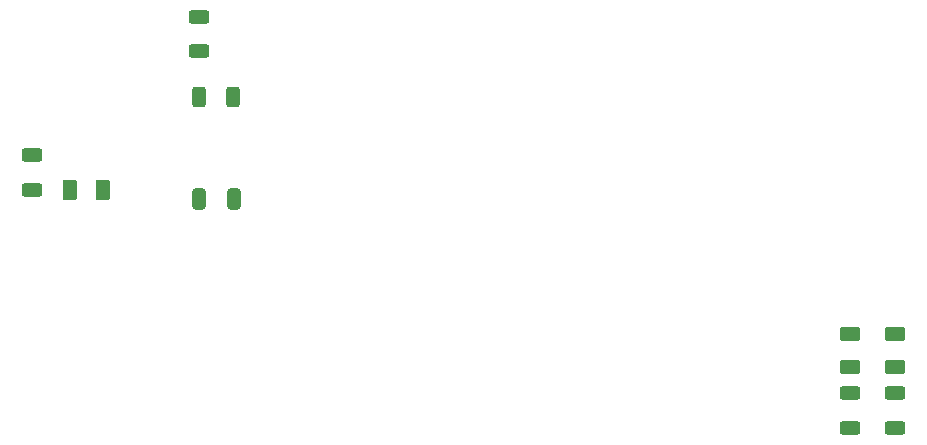
<source format=gbr>
%TF.GenerationSoftware,KiCad,Pcbnew,7.0.5-7.0.5~ubuntu20.04.1*%
%TF.CreationDate,2023-07-11T16:02:29+02:00*%
%TF.ProjectId,drone_launcher,64726f6e-655f-46c6-9175-6e636865722e,V1.0*%
%TF.SameCoordinates,Original*%
%TF.FileFunction,Paste,Top*%
%TF.FilePolarity,Positive*%
%FSLAX46Y46*%
G04 Gerber Fmt 4.6, Leading zero omitted, Abs format (unit mm)*
G04 Created by KiCad (PCBNEW 7.0.5-7.0.5~ubuntu20.04.1) date 2023-07-11 16:02:29*
%MOMM*%
%LPD*%
G01*
G04 APERTURE LIST*
G04 Aperture macros list*
%AMRoundRect*
0 Rectangle with rounded corners*
0 $1 Rounding radius*
0 $2 $3 $4 $5 $6 $7 $8 $9 X,Y pos of 4 corners*
0 Add a 4 corners polygon primitive as box body*
4,1,4,$2,$3,$4,$5,$6,$7,$8,$9,$2,$3,0*
0 Add four circle primitives for the rounded corners*
1,1,$1+$1,$2,$3*
1,1,$1+$1,$4,$5*
1,1,$1+$1,$6,$7*
1,1,$1+$1,$8,$9*
0 Add four rect primitives between the rounded corners*
20,1,$1+$1,$2,$3,$4,$5,0*
20,1,$1+$1,$4,$5,$6,$7,0*
20,1,$1+$1,$6,$7,$8,$9,0*
20,1,$1+$1,$8,$9,$2,$3,0*%
G04 Aperture macros list end*
%ADD10RoundRect,0.250000X-0.325000X-0.650000X0.325000X-0.650000X0.325000X0.650000X-0.325000X0.650000X0*%
%ADD11RoundRect,0.250000X-0.625000X0.312500X-0.625000X-0.312500X0.625000X-0.312500X0.625000X0.312500X0*%
%ADD12RoundRect,0.250000X0.625000X-0.375000X0.625000X0.375000X-0.625000X0.375000X-0.625000X-0.375000X0*%
%ADD13RoundRect,0.250000X0.625000X-0.312500X0.625000X0.312500X-0.625000X0.312500X-0.625000X-0.312500X0*%
%ADD14RoundRect,0.250000X-0.375000X-0.625000X0.375000X-0.625000X0.375000X0.625000X-0.375000X0.625000X0*%
%ADD15RoundRect,0.250000X-0.312500X-0.625000X0.312500X-0.625000X0.312500X0.625000X-0.312500X0.625000X0*%
G04 APERTURE END LIST*
D10*
%TO.C,C1*%
X126287000Y-92456000D03*
X129237000Y-92456000D03*
%TD*%
D11*
%TO.C,R6*%
X181356000Y-108900500D03*
X181356000Y-111825500D03*
%TD*%
D12*
%TO.C,D4*%
X181356000Y-106683000D03*
X181356000Y-103883000D03*
%TD*%
D11*
%TO.C,R7*%
X185166000Y-108900500D03*
X185166000Y-111825500D03*
%TD*%
D12*
%TO.C,D5*%
X185166000Y-106683000D03*
X185166000Y-103883000D03*
%TD*%
D13*
%TO.C,R3*%
X112151000Y-91694000D03*
X112151000Y-88769000D03*
%TD*%
D14*
%TO.C,D1*%
X115310000Y-91694000D03*
X118110000Y-91694000D03*
%TD*%
D11*
%TO.C,R1*%
X126238000Y-77023500D03*
X126238000Y-79948500D03*
%TD*%
D15*
%TO.C,R2*%
X126234000Y-83820000D03*
X129159000Y-83820000D03*
%TD*%
M02*

</source>
